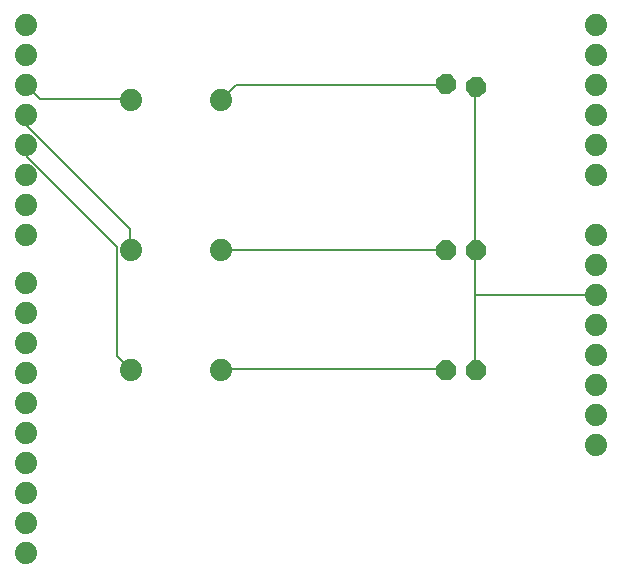
<source format=gbr>
G04 EAGLE Gerber RS-274X export*
G75*
%MOMM*%
%FSLAX34Y34*%
%LPD*%
%INTop Copper*%
%IPPOS*%
%AMOC8*
5,1,8,0,0,1.08239X$1,22.5*%
G01*
%ADD10C,1.879600*%
%ADD11P,1.814519X8X22.500000*%
%ADD12P,1.814519X8X377.000000*%
%ADD13C,0.152400*%


D10*
X609600Y419100D03*
X609600Y444500D03*
X609600Y469900D03*
X609600Y495300D03*
X609600Y520700D03*
X609600Y546100D03*
X609600Y596900D03*
X609600Y622300D03*
X609600Y647700D03*
X609600Y673100D03*
X609600Y698500D03*
X609600Y723900D03*
X127000Y723900D03*
X127000Y698500D03*
X127000Y673100D03*
X127000Y647700D03*
X127000Y622300D03*
X127000Y596900D03*
X127000Y571500D03*
X127000Y546100D03*
X127000Y505460D03*
X127000Y480060D03*
X127000Y454660D03*
X127000Y429260D03*
X127000Y403860D03*
X127000Y378460D03*
X127000Y353060D03*
X127000Y327660D03*
X127000Y302260D03*
X127000Y276860D03*
X609600Y393700D03*
X609600Y368300D03*
D11*
X482600Y431800D03*
X508000Y431800D03*
X482600Y533400D03*
X508000Y533400D03*
D12*
X482658Y674317D03*
X507942Y671883D03*
D10*
X292100Y431800D03*
X215900Y431800D03*
X292100Y533400D03*
X215900Y533400D03*
X292100Y660400D03*
X215900Y660400D03*
D13*
X292608Y432816D02*
X481584Y432816D01*
X482600Y431800D01*
X292608Y432816D02*
X292100Y431800D01*
X292100Y533400D02*
X482600Y533400D01*
X481584Y673608D02*
X304800Y673608D01*
X292608Y661416D01*
X481584Y673608D02*
X482658Y674317D01*
X292608Y661416D02*
X292100Y660400D01*
X214884Y661416D02*
X138684Y661416D01*
X127000Y673100D01*
X214884Y661416D02*
X215900Y660400D01*
X128016Y647700D02*
X128016Y638556D01*
X214884Y551688D01*
X214884Y533400D01*
X128016Y647700D02*
X127000Y647700D01*
X214884Y533400D02*
X215900Y533400D01*
X128016Y612648D02*
X128016Y621792D01*
X128016Y612648D02*
X204216Y536448D01*
X204216Y443484D01*
X215900Y431800D01*
X128016Y621792D02*
X127000Y622300D01*
X507492Y533400D02*
X507492Y495300D01*
X507492Y432816D01*
X508000Y431800D01*
X507492Y533400D02*
X507492Y670560D01*
X507942Y671883D01*
X507492Y533400D02*
X508000Y533400D01*
X507492Y495300D02*
X609600Y495300D01*
M02*

</source>
